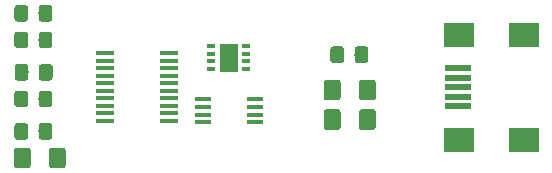
<source format=gbr>
G04 #@! TF.GenerationSoftware,KiCad,Pcbnew,(5.1.0)-1*
G04 #@! TF.CreationDate,2022-11-08T17:01:55+01:00*
G04 #@! TF.ProjectId,USB - UART,55534220-2d20-4554-9152-542e6b696361,rev?*
G04 #@! TF.SameCoordinates,Original*
G04 #@! TF.FileFunction,Paste,Top*
G04 #@! TF.FilePolarity,Positive*
%FSLAX46Y46*%
G04 Gerber Fmt 4.6, Leading zero omitted, Abs format (unit mm)*
G04 Created by KiCad (PCBNEW (5.1.0)-1) date 2022-11-08 17:01:55*
%MOMM*%
%LPD*%
G04 APERTURE LIST*
%ADD10C,0.100000*%
%ADD11C,1.425000*%
%ADD12C,1.150000*%
%ADD13R,1.526000X0.435000*%
%ADD14R,0.750000X0.350000*%
%ADD15R,1.600000X2.400000*%
%ADD16R,1.400000X0.450000*%
%ADD17R,2.300000X0.500000*%
%ADD18R,2.500000X2.000000*%
G04 APERTURE END LIST*
D10*
G36*
X110512004Y-107626204D02*
G01*
X110536273Y-107629804D01*
X110560071Y-107635765D01*
X110583171Y-107644030D01*
X110605349Y-107654520D01*
X110626393Y-107667133D01*
X110646098Y-107681747D01*
X110664277Y-107698223D01*
X110680753Y-107716402D01*
X110695367Y-107736107D01*
X110707980Y-107757151D01*
X110718470Y-107779329D01*
X110726735Y-107802429D01*
X110732696Y-107826227D01*
X110736296Y-107850496D01*
X110737500Y-107875000D01*
X110737500Y-109125000D01*
X110736296Y-109149504D01*
X110732696Y-109173773D01*
X110726735Y-109197571D01*
X110718470Y-109220671D01*
X110707980Y-109242849D01*
X110695367Y-109263893D01*
X110680753Y-109283598D01*
X110664277Y-109301777D01*
X110646098Y-109318253D01*
X110626393Y-109332867D01*
X110605349Y-109345480D01*
X110583171Y-109355970D01*
X110560071Y-109364235D01*
X110536273Y-109370196D01*
X110512004Y-109373796D01*
X110487500Y-109375000D01*
X109562500Y-109375000D01*
X109537996Y-109373796D01*
X109513727Y-109370196D01*
X109489929Y-109364235D01*
X109466829Y-109355970D01*
X109444651Y-109345480D01*
X109423607Y-109332867D01*
X109403902Y-109318253D01*
X109385723Y-109301777D01*
X109369247Y-109283598D01*
X109354633Y-109263893D01*
X109342020Y-109242849D01*
X109331530Y-109220671D01*
X109323265Y-109197571D01*
X109317304Y-109173773D01*
X109313704Y-109149504D01*
X109312500Y-109125000D01*
X109312500Y-107875000D01*
X109313704Y-107850496D01*
X109317304Y-107826227D01*
X109323265Y-107802429D01*
X109331530Y-107779329D01*
X109342020Y-107757151D01*
X109354633Y-107736107D01*
X109369247Y-107716402D01*
X109385723Y-107698223D01*
X109403902Y-107681747D01*
X109423607Y-107667133D01*
X109444651Y-107654520D01*
X109466829Y-107644030D01*
X109489929Y-107635765D01*
X109513727Y-107629804D01*
X109537996Y-107626204D01*
X109562500Y-107625000D01*
X110487500Y-107625000D01*
X110512004Y-107626204D01*
X110512004Y-107626204D01*
G37*
D11*
X110025000Y-108500000D03*
D10*
G36*
X113487004Y-107626204D02*
G01*
X113511273Y-107629804D01*
X113535071Y-107635765D01*
X113558171Y-107644030D01*
X113580349Y-107654520D01*
X113601393Y-107667133D01*
X113621098Y-107681747D01*
X113639277Y-107698223D01*
X113655753Y-107716402D01*
X113670367Y-107736107D01*
X113682980Y-107757151D01*
X113693470Y-107779329D01*
X113701735Y-107802429D01*
X113707696Y-107826227D01*
X113711296Y-107850496D01*
X113712500Y-107875000D01*
X113712500Y-109125000D01*
X113711296Y-109149504D01*
X113707696Y-109173773D01*
X113701735Y-109197571D01*
X113693470Y-109220671D01*
X113682980Y-109242849D01*
X113670367Y-109263893D01*
X113655753Y-109283598D01*
X113639277Y-109301777D01*
X113621098Y-109318253D01*
X113601393Y-109332867D01*
X113580349Y-109345480D01*
X113558171Y-109355970D01*
X113535071Y-109364235D01*
X113511273Y-109370196D01*
X113487004Y-109373796D01*
X113462500Y-109375000D01*
X112537500Y-109375000D01*
X112512996Y-109373796D01*
X112488727Y-109370196D01*
X112464929Y-109364235D01*
X112441829Y-109355970D01*
X112419651Y-109345480D01*
X112398607Y-109332867D01*
X112378902Y-109318253D01*
X112360723Y-109301777D01*
X112344247Y-109283598D01*
X112329633Y-109263893D01*
X112317020Y-109242849D01*
X112306530Y-109220671D01*
X112298265Y-109197571D01*
X112292304Y-109173773D01*
X112288704Y-109149504D01*
X112287500Y-109125000D01*
X112287500Y-107875000D01*
X112288704Y-107850496D01*
X112292304Y-107826227D01*
X112298265Y-107802429D01*
X112306530Y-107779329D01*
X112317020Y-107757151D01*
X112329633Y-107736107D01*
X112344247Y-107716402D01*
X112360723Y-107698223D01*
X112378902Y-107681747D01*
X112398607Y-107667133D01*
X112419651Y-107654520D01*
X112441829Y-107644030D01*
X112464929Y-107635765D01*
X112488727Y-107629804D01*
X112512996Y-107626204D01*
X112537500Y-107625000D01*
X113462500Y-107625000D01*
X113487004Y-107626204D01*
X113487004Y-107626204D01*
G37*
D11*
X113000000Y-108500000D03*
D10*
G36*
X110299505Y-97801204D02*
G01*
X110323773Y-97804804D01*
X110347572Y-97810765D01*
X110370671Y-97819030D01*
X110392850Y-97829520D01*
X110413893Y-97842132D01*
X110433599Y-97856747D01*
X110451777Y-97873223D01*
X110468253Y-97891401D01*
X110482868Y-97911107D01*
X110495480Y-97932150D01*
X110505970Y-97954329D01*
X110514235Y-97977428D01*
X110520196Y-98001227D01*
X110523796Y-98025495D01*
X110525000Y-98049999D01*
X110525000Y-98950001D01*
X110523796Y-98974505D01*
X110520196Y-98998773D01*
X110514235Y-99022572D01*
X110505970Y-99045671D01*
X110495480Y-99067850D01*
X110482868Y-99088893D01*
X110468253Y-99108599D01*
X110451777Y-99126777D01*
X110433599Y-99143253D01*
X110413893Y-99157868D01*
X110392850Y-99170480D01*
X110370671Y-99180970D01*
X110347572Y-99189235D01*
X110323773Y-99195196D01*
X110299505Y-99198796D01*
X110275001Y-99200000D01*
X109624999Y-99200000D01*
X109600495Y-99198796D01*
X109576227Y-99195196D01*
X109552428Y-99189235D01*
X109529329Y-99180970D01*
X109507150Y-99170480D01*
X109486107Y-99157868D01*
X109466401Y-99143253D01*
X109448223Y-99126777D01*
X109431747Y-99108599D01*
X109417132Y-99088893D01*
X109404520Y-99067850D01*
X109394030Y-99045671D01*
X109385765Y-99022572D01*
X109379804Y-98998773D01*
X109376204Y-98974505D01*
X109375000Y-98950001D01*
X109375000Y-98049999D01*
X109376204Y-98025495D01*
X109379804Y-98001227D01*
X109385765Y-97977428D01*
X109394030Y-97954329D01*
X109404520Y-97932150D01*
X109417132Y-97911107D01*
X109431747Y-97891401D01*
X109448223Y-97873223D01*
X109466401Y-97856747D01*
X109486107Y-97842132D01*
X109507150Y-97829520D01*
X109529329Y-97819030D01*
X109552428Y-97810765D01*
X109576227Y-97804804D01*
X109600495Y-97801204D01*
X109624999Y-97800000D01*
X110275001Y-97800000D01*
X110299505Y-97801204D01*
X110299505Y-97801204D01*
G37*
D12*
X109950000Y-98500000D03*
D10*
G36*
X112349505Y-97801204D02*
G01*
X112373773Y-97804804D01*
X112397572Y-97810765D01*
X112420671Y-97819030D01*
X112442850Y-97829520D01*
X112463893Y-97842132D01*
X112483599Y-97856747D01*
X112501777Y-97873223D01*
X112518253Y-97891401D01*
X112532868Y-97911107D01*
X112545480Y-97932150D01*
X112555970Y-97954329D01*
X112564235Y-97977428D01*
X112570196Y-98001227D01*
X112573796Y-98025495D01*
X112575000Y-98049999D01*
X112575000Y-98950001D01*
X112573796Y-98974505D01*
X112570196Y-98998773D01*
X112564235Y-99022572D01*
X112555970Y-99045671D01*
X112545480Y-99067850D01*
X112532868Y-99088893D01*
X112518253Y-99108599D01*
X112501777Y-99126777D01*
X112483599Y-99143253D01*
X112463893Y-99157868D01*
X112442850Y-99170480D01*
X112420671Y-99180970D01*
X112397572Y-99189235D01*
X112373773Y-99195196D01*
X112349505Y-99198796D01*
X112325001Y-99200000D01*
X111674999Y-99200000D01*
X111650495Y-99198796D01*
X111626227Y-99195196D01*
X111602428Y-99189235D01*
X111579329Y-99180970D01*
X111557150Y-99170480D01*
X111536107Y-99157868D01*
X111516401Y-99143253D01*
X111498223Y-99126777D01*
X111481747Y-99108599D01*
X111467132Y-99088893D01*
X111454520Y-99067850D01*
X111444030Y-99045671D01*
X111435765Y-99022572D01*
X111429804Y-98998773D01*
X111426204Y-98974505D01*
X111425000Y-98950001D01*
X111425000Y-98049999D01*
X111426204Y-98025495D01*
X111429804Y-98001227D01*
X111435765Y-97977428D01*
X111444030Y-97954329D01*
X111454520Y-97932150D01*
X111467132Y-97911107D01*
X111481747Y-97891401D01*
X111498223Y-97873223D01*
X111516401Y-97856747D01*
X111536107Y-97842132D01*
X111557150Y-97829520D01*
X111579329Y-97819030D01*
X111602428Y-97810765D01*
X111626227Y-97804804D01*
X111650495Y-97801204D01*
X111674999Y-97800000D01*
X112325001Y-97800000D01*
X112349505Y-97801204D01*
X112349505Y-97801204D01*
G37*
D12*
X112000000Y-98500000D03*
D10*
G36*
X110299505Y-102801204D02*
G01*
X110323773Y-102804804D01*
X110347572Y-102810765D01*
X110370671Y-102819030D01*
X110392850Y-102829520D01*
X110413893Y-102842132D01*
X110433599Y-102856747D01*
X110451777Y-102873223D01*
X110468253Y-102891401D01*
X110482868Y-102911107D01*
X110495480Y-102932150D01*
X110505970Y-102954329D01*
X110514235Y-102977428D01*
X110520196Y-103001227D01*
X110523796Y-103025495D01*
X110525000Y-103049999D01*
X110525000Y-103950001D01*
X110523796Y-103974505D01*
X110520196Y-103998773D01*
X110514235Y-104022572D01*
X110505970Y-104045671D01*
X110495480Y-104067850D01*
X110482868Y-104088893D01*
X110468253Y-104108599D01*
X110451777Y-104126777D01*
X110433599Y-104143253D01*
X110413893Y-104157868D01*
X110392850Y-104170480D01*
X110370671Y-104180970D01*
X110347572Y-104189235D01*
X110323773Y-104195196D01*
X110299505Y-104198796D01*
X110275001Y-104200000D01*
X109624999Y-104200000D01*
X109600495Y-104198796D01*
X109576227Y-104195196D01*
X109552428Y-104189235D01*
X109529329Y-104180970D01*
X109507150Y-104170480D01*
X109486107Y-104157868D01*
X109466401Y-104143253D01*
X109448223Y-104126777D01*
X109431747Y-104108599D01*
X109417132Y-104088893D01*
X109404520Y-104067850D01*
X109394030Y-104045671D01*
X109385765Y-104022572D01*
X109379804Y-103998773D01*
X109376204Y-103974505D01*
X109375000Y-103950001D01*
X109375000Y-103049999D01*
X109376204Y-103025495D01*
X109379804Y-103001227D01*
X109385765Y-102977428D01*
X109394030Y-102954329D01*
X109404520Y-102932150D01*
X109417132Y-102911107D01*
X109431747Y-102891401D01*
X109448223Y-102873223D01*
X109466401Y-102856747D01*
X109486107Y-102842132D01*
X109507150Y-102829520D01*
X109529329Y-102819030D01*
X109552428Y-102810765D01*
X109576227Y-102804804D01*
X109600495Y-102801204D01*
X109624999Y-102800000D01*
X110275001Y-102800000D01*
X110299505Y-102801204D01*
X110299505Y-102801204D01*
G37*
D12*
X109950000Y-103500000D03*
D10*
G36*
X112349505Y-102801204D02*
G01*
X112373773Y-102804804D01*
X112397572Y-102810765D01*
X112420671Y-102819030D01*
X112442850Y-102829520D01*
X112463893Y-102842132D01*
X112483599Y-102856747D01*
X112501777Y-102873223D01*
X112518253Y-102891401D01*
X112532868Y-102911107D01*
X112545480Y-102932150D01*
X112555970Y-102954329D01*
X112564235Y-102977428D01*
X112570196Y-103001227D01*
X112573796Y-103025495D01*
X112575000Y-103049999D01*
X112575000Y-103950001D01*
X112573796Y-103974505D01*
X112570196Y-103998773D01*
X112564235Y-104022572D01*
X112555970Y-104045671D01*
X112545480Y-104067850D01*
X112532868Y-104088893D01*
X112518253Y-104108599D01*
X112501777Y-104126777D01*
X112483599Y-104143253D01*
X112463893Y-104157868D01*
X112442850Y-104170480D01*
X112420671Y-104180970D01*
X112397572Y-104189235D01*
X112373773Y-104195196D01*
X112349505Y-104198796D01*
X112325001Y-104200000D01*
X111674999Y-104200000D01*
X111650495Y-104198796D01*
X111626227Y-104195196D01*
X111602428Y-104189235D01*
X111579329Y-104180970D01*
X111557150Y-104170480D01*
X111536107Y-104157868D01*
X111516401Y-104143253D01*
X111498223Y-104126777D01*
X111481747Y-104108599D01*
X111467132Y-104088893D01*
X111454520Y-104067850D01*
X111444030Y-104045671D01*
X111435765Y-104022572D01*
X111429804Y-103998773D01*
X111426204Y-103974505D01*
X111425000Y-103950001D01*
X111425000Y-103049999D01*
X111426204Y-103025495D01*
X111429804Y-103001227D01*
X111435765Y-102977428D01*
X111444030Y-102954329D01*
X111454520Y-102932150D01*
X111467132Y-102911107D01*
X111481747Y-102891401D01*
X111498223Y-102873223D01*
X111516401Y-102856747D01*
X111536107Y-102842132D01*
X111557150Y-102829520D01*
X111579329Y-102819030D01*
X111602428Y-102810765D01*
X111626227Y-102804804D01*
X111650495Y-102801204D01*
X111674999Y-102800000D01*
X112325001Y-102800000D01*
X112349505Y-102801204D01*
X112349505Y-102801204D01*
G37*
D12*
X112000000Y-103500000D03*
D10*
G36*
X112349505Y-105551204D02*
G01*
X112373773Y-105554804D01*
X112397572Y-105560765D01*
X112420671Y-105569030D01*
X112442850Y-105579520D01*
X112463893Y-105592132D01*
X112483599Y-105606747D01*
X112501777Y-105623223D01*
X112518253Y-105641401D01*
X112532868Y-105661107D01*
X112545480Y-105682150D01*
X112555970Y-105704329D01*
X112564235Y-105727428D01*
X112570196Y-105751227D01*
X112573796Y-105775495D01*
X112575000Y-105799999D01*
X112575000Y-106700001D01*
X112573796Y-106724505D01*
X112570196Y-106748773D01*
X112564235Y-106772572D01*
X112555970Y-106795671D01*
X112545480Y-106817850D01*
X112532868Y-106838893D01*
X112518253Y-106858599D01*
X112501777Y-106876777D01*
X112483599Y-106893253D01*
X112463893Y-106907868D01*
X112442850Y-106920480D01*
X112420671Y-106930970D01*
X112397572Y-106939235D01*
X112373773Y-106945196D01*
X112349505Y-106948796D01*
X112325001Y-106950000D01*
X111674999Y-106950000D01*
X111650495Y-106948796D01*
X111626227Y-106945196D01*
X111602428Y-106939235D01*
X111579329Y-106930970D01*
X111557150Y-106920480D01*
X111536107Y-106907868D01*
X111516401Y-106893253D01*
X111498223Y-106876777D01*
X111481747Y-106858599D01*
X111467132Y-106838893D01*
X111454520Y-106817850D01*
X111444030Y-106795671D01*
X111435765Y-106772572D01*
X111429804Y-106748773D01*
X111426204Y-106724505D01*
X111425000Y-106700001D01*
X111425000Y-105799999D01*
X111426204Y-105775495D01*
X111429804Y-105751227D01*
X111435765Y-105727428D01*
X111444030Y-105704329D01*
X111454520Y-105682150D01*
X111467132Y-105661107D01*
X111481747Y-105641401D01*
X111498223Y-105623223D01*
X111516401Y-105606747D01*
X111536107Y-105592132D01*
X111557150Y-105579520D01*
X111579329Y-105569030D01*
X111602428Y-105560765D01*
X111626227Y-105554804D01*
X111650495Y-105551204D01*
X111674999Y-105550000D01*
X112325001Y-105550000D01*
X112349505Y-105551204D01*
X112349505Y-105551204D01*
G37*
D12*
X112000000Y-106250000D03*
D10*
G36*
X110299505Y-105551204D02*
G01*
X110323773Y-105554804D01*
X110347572Y-105560765D01*
X110370671Y-105569030D01*
X110392850Y-105579520D01*
X110413893Y-105592132D01*
X110433599Y-105606747D01*
X110451777Y-105623223D01*
X110468253Y-105641401D01*
X110482868Y-105661107D01*
X110495480Y-105682150D01*
X110505970Y-105704329D01*
X110514235Y-105727428D01*
X110520196Y-105751227D01*
X110523796Y-105775495D01*
X110525000Y-105799999D01*
X110525000Y-106700001D01*
X110523796Y-106724505D01*
X110520196Y-106748773D01*
X110514235Y-106772572D01*
X110505970Y-106795671D01*
X110495480Y-106817850D01*
X110482868Y-106838893D01*
X110468253Y-106858599D01*
X110451777Y-106876777D01*
X110433599Y-106893253D01*
X110413893Y-106907868D01*
X110392850Y-106920480D01*
X110370671Y-106930970D01*
X110347572Y-106939235D01*
X110323773Y-106945196D01*
X110299505Y-106948796D01*
X110275001Y-106950000D01*
X109624999Y-106950000D01*
X109600495Y-106948796D01*
X109576227Y-106945196D01*
X109552428Y-106939235D01*
X109529329Y-106930970D01*
X109507150Y-106920480D01*
X109486107Y-106907868D01*
X109466401Y-106893253D01*
X109448223Y-106876777D01*
X109431747Y-106858599D01*
X109417132Y-106838893D01*
X109404520Y-106817850D01*
X109394030Y-106795671D01*
X109385765Y-106772572D01*
X109379804Y-106748773D01*
X109376204Y-106724505D01*
X109375000Y-106700001D01*
X109375000Y-105799999D01*
X109376204Y-105775495D01*
X109379804Y-105751227D01*
X109385765Y-105727428D01*
X109394030Y-105704329D01*
X109404520Y-105682150D01*
X109417132Y-105661107D01*
X109431747Y-105641401D01*
X109448223Y-105623223D01*
X109466401Y-105606747D01*
X109486107Y-105592132D01*
X109507150Y-105579520D01*
X109529329Y-105569030D01*
X109552428Y-105560765D01*
X109576227Y-105554804D01*
X109600495Y-105551204D01*
X109624999Y-105550000D01*
X110275001Y-105550000D01*
X110299505Y-105551204D01*
X110299505Y-105551204D01*
G37*
D12*
X109950000Y-106250000D03*
D13*
X117038000Y-99642000D03*
X117038000Y-100278000D03*
X117038000Y-100912000D03*
X117038000Y-101548000D03*
X117038000Y-102182000D03*
X117038000Y-102818000D03*
X117038000Y-103452000D03*
X117038000Y-104088000D03*
X117038000Y-104722000D03*
X117038000Y-105358000D03*
X122462000Y-105358000D03*
X122462000Y-104722000D03*
X122462000Y-104088000D03*
X122462000Y-103452000D03*
X122462000Y-102818000D03*
X122462000Y-102182000D03*
X122462000Y-101548000D03*
X122462000Y-100912000D03*
X122462000Y-100278000D03*
X122462000Y-99642000D03*
D14*
X126000000Y-99025000D03*
X126000000Y-99675000D03*
X126000000Y-100325000D03*
X126000000Y-100975000D03*
X129000000Y-100975000D03*
X129000000Y-100325000D03*
X129000000Y-99675000D03*
X129000000Y-99025000D03*
D15*
X127500000Y-100000000D03*
D16*
X125300000Y-103525000D03*
X125300000Y-104175000D03*
X125300000Y-104825000D03*
X125300000Y-105475000D03*
X129700000Y-105475000D03*
X129700000Y-104825000D03*
X129700000Y-104175000D03*
X129700000Y-103525000D03*
D17*
X146900000Y-104100000D03*
X146900000Y-103300000D03*
X146900000Y-102500000D03*
X146900000Y-101700000D03*
X146900000Y-100900000D03*
D18*
X147000000Y-106950000D03*
X147000000Y-98050000D03*
X152500000Y-98050000D03*
X152500000Y-106950000D03*
D10*
G36*
X139099505Y-99051204D02*
G01*
X139123773Y-99054804D01*
X139147572Y-99060765D01*
X139170671Y-99069030D01*
X139192850Y-99079520D01*
X139213893Y-99092132D01*
X139233599Y-99106747D01*
X139251777Y-99123223D01*
X139268253Y-99141401D01*
X139282868Y-99161107D01*
X139295480Y-99182150D01*
X139305970Y-99204329D01*
X139314235Y-99227428D01*
X139320196Y-99251227D01*
X139323796Y-99275495D01*
X139325000Y-99299999D01*
X139325000Y-100200001D01*
X139323796Y-100224505D01*
X139320196Y-100248773D01*
X139314235Y-100272572D01*
X139305970Y-100295671D01*
X139295480Y-100317850D01*
X139282868Y-100338893D01*
X139268253Y-100358599D01*
X139251777Y-100376777D01*
X139233599Y-100393253D01*
X139213893Y-100407868D01*
X139192850Y-100420480D01*
X139170671Y-100430970D01*
X139147572Y-100439235D01*
X139123773Y-100445196D01*
X139099505Y-100448796D01*
X139075001Y-100450000D01*
X138424999Y-100450000D01*
X138400495Y-100448796D01*
X138376227Y-100445196D01*
X138352428Y-100439235D01*
X138329329Y-100430970D01*
X138307150Y-100420480D01*
X138286107Y-100407868D01*
X138266401Y-100393253D01*
X138248223Y-100376777D01*
X138231747Y-100358599D01*
X138217132Y-100338893D01*
X138204520Y-100317850D01*
X138194030Y-100295671D01*
X138185765Y-100272572D01*
X138179804Y-100248773D01*
X138176204Y-100224505D01*
X138175000Y-100200001D01*
X138175000Y-99299999D01*
X138176204Y-99275495D01*
X138179804Y-99251227D01*
X138185765Y-99227428D01*
X138194030Y-99204329D01*
X138204520Y-99182150D01*
X138217132Y-99161107D01*
X138231747Y-99141401D01*
X138248223Y-99123223D01*
X138266401Y-99106747D01*
X138286107Y-99092132D01*
X138307150Y-99079520D01*
X138329329Y-99069030D01*
X138352428Y-99060765D01*
X138376227Y-99054804D01*
X138400495Y-99051204D01*
X138424999Y-99050000D01*
X139075001Y-99050000D01*
X139099505Y-99051204D01*
X139099505Y-99051204D01*
G37*
D12*
X138750000Y-99750000D03*
D10*
G36*
X137049505Y-99051204D02*
G01*
X137073773Y-99054804D01*
X137097572Y-99060765D01*
X137120671Y-99069030D01*
X137142850Y-99079520D01*
X137163893Y-99092132D01*
X137183599Y-99106747D01*
X137201777Y-99123223D01*
X137218253Y-99141401D01*
X137232868Y-99161107D01*
X137245480Y-99182150D01*
X137255970Y-99204329D01*
X137264235Y-99227428D01*
X137270196Y-99251227D01*
X137273796Y-99275495D01*
X137275000Y-99299999D01*
X137275000Y-100200001D01*
X137273796Y-100224505D01*
X137270196Y-100248773D01*
X137264235Y-100272572D01*
X137255970Y-100295671D01*
X137245480Y-100317850D01*
X137232868Y-100338893D01*
X137218253Y-100358599D01*
X137201777Y-100376777D01*
X137183599Y-100393253D01*
X137163893Y-100407868D01*
X137142850Y-100420480D01*
X137120671Y-100430970D01*
X137097572Y-100439235D01*
X137073773Y-100445196D01*
X137049505Y-100448796D01*
X137025001Y-100450000D01*
X136374999Y-100450000D01*
X136350495Y-100448796D01*
X136326227Y-100445196D01*
X136302428Y-100439235D01*
X136279329Y-100430970D01*
X136257150Y-100420480D01*
X136236107Y-100407868D01*
X136216401Y-100393253D01*
X136198223Y-100376777D01*
X136181747Y-100358599D01*
X136167132Y-100338893D01*
X136154520Y-100317850D01*
X136144030Y-100295671D01*
X136135765Y-100272572D01*
X136129804Y-100248773D01*
X136126204Y-100224505D01*
X136125000Y-100200001D01*
X136125000Y-99299999D01*
X136126204Y-99275495D01*
X136129804Y-99251227D01*
X136135765Y-99227428D01*
X136144030Y-99204329D01*
X136154520Y-99182150D01*
X136167132Y-99161107D01*
X136181747Y-99141401D01*
X136198223Y-99123223D01*
X136216401Y-99106747D01*
X136236107Y-99092132D01*
X136257150Y-99079520D01*
X136279329Y-99069030D01*
X136302428Y-99060765D01*
X136326227Y-99054804D01*
X136350495Y-99051204D01*
X136374999Y-99050000D01*
X137025001Y-99050000D01*
X137049505Y-99051204D01*
X137049505Y-99051204D01*
G37*
D12*
X136700000Y-99750000D03*
D10*
G36*
X139737004Y-101876204D02*
G01*
X139761273Y-101879804D01*
X139785071Y-101885765D01*
X139808171Y-101894030D01*
X139830349Y-101904520D01*
X139851393Y-101917133D01*
X139871098Y-101931747D01*
X139889277Y-101948223D01*
X139905753Y-101966402D01*
X139920367Y-101986107D01*
X139932980Y-102007151D01*
X139943470Y-102029329D01*
X139951735Y-102052429D01*
X139957696Y-102076227D01*
X139961296Y-102100496D01*
X139962500Y-102125000D01*
X139962500Y-103375000D01*
X139961296Y-103399504D01*
X139957696Y-103423773D01*
X139951735Y-103447571D01*
X139943470Y-103470671D01*
X139932980Y-103492849D01*
X139920367Y-103513893D01*
X139905753Y-103533598D01*
X139889277Y-103551777D01*
X139871098Y-103568253D01*
X139851393Y-103582867D01*
X139830349Y-103595480D01*
X139808171Y-103605970D01*
X139785071Y-103614235D01*
X139761273Y-103620196D01*
X139737004Y-103623796D01*
X139712500Y-103625000D01*
X138787500Y-103625000D01*
X138762996Y-103623796D01*
X138738727Y-103620196D01*
X138714929Y-103614235D01*
X138691829Y-103605970D01*
X138669651Y-103595480D01*
X138648607Y-103582867D01*
X138628902Y-103568253D01*
X138610723Y-103551777D01*
X138594247Y-103533598D01*
X138579633Y-103513893D01*
X138567020Y-103492849D01*
X138556530Y-103470671D01*
X138548265Y-103447571D01*
X138542304Y-103423773D01*
X138538704Y-103399504D01*
X138537500Y-103375000D01*
X138537500Y-102125000D01*
X138538704Y-102100496D01*
X138542304Y-102076227D01*
X138548265Y-102052429D01*
X138556530Y-102029329D01*
X138567020Y-102007151D01*
X138579633Y-101986107D01*
X138594247Y-101966402D01*
X138610723Y-101948223D01*
X138628902Y-101931747D01*
X138648607Y-101917133D01*
X138669651Y-101904520D01*
X138691829Y-101894030D01*
X138714929Y-101885765D01*
X138738727Y-101879804D01*
X138762996Y-101876204D01*
X138787500Y-101875000D01*
X139712500Y-101875000D01*
X139737004Y-101876204D01*
X139737004Y-101876204D01*
G37*
D11*
X139250000Y-102750000D03*
D10*
G36*
X136762004Y-101876204D02*
G01*
X136786273Y-101879804D01*
X136810071Y-101885765D01*
X136833171Y-101894030D01*
X136855349Y-101904520D01*
X136876393Y-101917133D01*
X136896098Y-101931747D01*
X136914277Y-101948223D01*
X136930753Y-101966402D01*
X136945367Y-101986107D01*
X136957980Y-102007151D01*
X136968470Y-102029329D01*
X136976735Y-102052429D01*
X136982696Y-102076227D01*
X136986296Y-102100496D01*
X136987500Y-102125000D01*
X136987500Y-103375000D01*
X136986296Y-103399504D01*
X136982696Y-103423773D01*
X136976735Y-103447571D01*
X136968470Y-103470671D01*
X136957980Y-103492849D01*
X136945367Y-103513893D01*
X136930753Y-103533598D01*
X136914277Y-103551777D01*
X136896098Y-103568253D01*
X136876393Y-103582867D01*
X136855349Y-103595480D01*
X136833171Y-103605970D01*
X136810071Y-103614235D01*
X136786273Y-103620196D01*
X136762004Y-103623796D01*
X136737500Y-103625000D01*
X135812500Y-103625000D01*
X135787996Y-103623796D01*
X135763727Y-103620196D01*
X135739929Y-103614235D01*
X135716829Y-103605970D01*
X135694651Y-103595480D01*
X135673607Y-103582867D01*
X135653902Y-103568253D01*
X135635723Y-103551777D01*
X135619247Y-103533598D01*
X135604633Y-103513893D01*
X135592020Y-103492849D01*
X135581530Y-103470671D01*
X135573265Y-103447571D01*
X135567304Y-103423773D01*
X135563704Y-103399504D01*
X135562500Y-103375000D01*
X135562500Y-102125000D01*
X135563704Y-102100496D01*
X135567304Y-102076227D01*
X135573265Y-102052429D01*
X135581530Y-102029329D01*
X135592020Y-102007151D01*
X135604633Y-101986107D01*
X135619247Y-101966402D01*
X135635723Y-101948223D01*
X135653902Y-101931747D01*
X135673607Y-101917133D01*
X135694651Y-101904520D01*
X135716829Y-101894030D01*
X135739929Y-101885765D01*
X135763727Y-101879804D01*
X135787996Y-101876204D01*
X135812500Y-101875000D01*
X136737500Y-101875000D01*
X136762004Y-101876204D01*
X136762004Y-101876204D01*
G37*
D11*
X136275000Y-102750000D03*
D10*
G36*
X136762004Y-104376204D02*
G01*
X136786273Y-104379804D01*
X136810071Y-104385765D01*
X136833171Y-104394030D01*
X136855349Y-104404520D01*
X136876393Y-104417133D01*
X136896098Y-104431747D01*
X136914277Y-104448223D01*
X136930753Y-104466402D01*
X136945367Y-104486107D01*
X136957980Y-104507151D01*
X136968470Y-104529329D01*
X136976735Y-104552429D01*
X136982696Y-104576227D01*
X136986296Y-104600496D01*
X136987500Y-104625000D01*
X136987500Y-105875000D01*
X136986296Y-105899504D01*
X136982696Y-105923773D01*
X136976735Y-105947571D01*
X136968470Y-105970671D01*
X136957980Y-105992849D01*
X136945367Y-106013893D01*
X136930753Y-106033598D01*
X136914277Y-106051777D01*
X136896098Y-106068253D01*
X136876393Y-106082867D01*
X136855349Y-106095480D01*
X136833171Y-106105970D01*
X136810071Y-106114235D01*
X136786273Y-106120196D01*
X136762004Y-106123796D01*
X136737500Y-106125000D01*
X135812500Y-106125000D01*
X135787996Y-106123796D01*
X135763727Y-106120196D01*
X135739929Y-106114235D01*
X135716829Y-106105970D01*
X135694651Y-106095480D01*
X135673607Y-106082867D01*
X135653902Y-106068253D01*
X135635723Y-106051777D01*
X135619247Y-106033598D01*
X135604633Y-106013893D01*
X135592020Y-105992849D01*
X135581530Y-105970671D01*
X135573265Y-105947571D01*
X135567304Y-105923773D01*
X135563704Y-105899504D01*
X135562500Y-105875000D01*
X135562500Y-104625000D01*
X135563704Y-104600496D01*
X135567304Y-104576227D01*
X135573265Y-104552429D01*
X135581530Y-104529329D01*
X135592020Y-104507151D01*
X135604633Y-104486107D01*
X135619247Y-104466402D01*
X135635723Y-104448223D01*
X135653902Y-104431747D01*
X135673607Y-104417133D01*
X135694651Y-104404520D01*
X135716829Y-104394030D01*
X135739929Y-104385765D01*
X135763727Y-104379804D01*
X135787996Y-104376204D01*
X135812500Y-104375000D01*
X136737500Y-104375000D01*
X136762004Y-104376204D01*
X136762004Y-104376204D01*
G37*
D11*
X136275000Y-105250000D03*
D10*
G36*
X139737004Y-104376204D02*
G01*
X139761273Y-104379804D01*
X139785071Y-104385765D01*
X139808171Y-104394030D01*
X139830349Y-104404520D01*
X139851393Y-104417133D01*
X139871098Y-104431747D01*
X139889277Y-104448223D01*
X139905753Y-104466402D01*
X139920367Y-104486107D01*
X139932980Y-104507151D01*
X139943470Y-104529329D01*
X139951735Y-104552429D01*
X139957696Y-104576227D01*
X139961296Y-104600496D01*
X139962500Y-104625000D01*
X139962500Y-105875000D01*
X139961296Y-105899504D01*
X139957696Y-105923773D01*
X139951735Y-105947571D01*
X139943470Y-105970671D01*
X139932980Y-105992849D01*
X139920367Y-106013893D01*
X139905753Y-106033598D01*
X139889277Y-106051777D01*
X139871098Y-106068253D01*
X139851393Y-106082867D01*
X139830349Y-106095480D01*
X139808171Y-106105970D01*
X139785071Y-106114235D01*
X139761273Y-106120196D01*
X139737004Y-106123796D01*
X139712500Y-106125000D01*
X138787500Y-106125000D01*
X138762996Y-106123796D01*
X138738727Y-106120196D01*
X138714929Y-106114235D01*
X138691829Y-106105970D01*
X138669651Y-106095480D01*
X138648607Y-106082867D01*
X138628902Y-106068253D01*
X138610723Y-106051777D01*
X138594247Y-106033598D01*
X138579633Y-106013893D01*
X138567020Y-105992849D01*
X138556530Y-105970671D01*
X138548265Y-105947571D01*
X138542304Y-105923773D01*
X138538704Y-105899504D01*
X138537500Y-105875000D01*
X138537500Y-104625000D01*
X138538704Y-104600496D01*
X138542304Y-104576227D01*
X138548265Y-104552429D01*
X138556530Y-104529329D01*
X138567020Y-104507151D01*
X138579633Y-104486107D01*
X138594247Y-104466402D01*
X138610723Y-104448223D01*
X138628902Y-104431747D01*
X138648607Y-104417133D01*
X138669651Y-104404520D01*
X138691829Y-104394030D01*
X138714929Y-104385765D01*
X138738727Y-104379804D01*
X138762996Y-104376204D01*
X138787500Y-104375000D01*
X139712500Y-104375000D01*
X139737004Y-104376204D01*
X139737004Y-104376204D01*
G37*
D11*
X139250000Y-105250000D03*
D10*
G36*
X112349505Y-95551204D02*
G01*
X112373773Y-95554804D01*
X112397572Y-95560765D01*
X112420671Y-95569030D01*
X112442850Y-95579520D01*
X112463893Y-95592132D01*
X112483599Y-95606747D01*
X112501777Y-95623223D01*
X112518253Y-95641401D01*
X112532868Y-95661107D01*
X112545480Y-95682150D01*
X112555970Y-95704329D01*
X112564235Y-95727428D01*
X112570196Y-95751227D01*
X112573796Y-95775495D01*
X112575000Y-95799999D01*
X112575000Y-96700001D01*
X112573796Y-96724505D01*
X112570196Y-96748773D01*
X112564235Y-96772572D01*
X112555970Y-96795671D01*
X112545480Y-96817850D01*
X112532868Y-96838893D01*
X112518253Y-96858599D01*
X112501777Y-96876777D01*
X112483599Y-96893253D01*
X112463893Y-96907868D01*
X112442850Y-96920480D01*
X112420671Y-96930970D01*
X112397572Y-96939235D01*
X112373773Y-96945196D01*
X112349505Y-96948796D01*
X112325001Y-96950000D01*
X111674999Y-96950000D01*
X111650495Y-96948796D01*
X111626227Y-96945196D01*
X111602428Y-96939235D01*
X111579329Y-96930970D01*
X111557150Y-96920480D01*
X111536107Y-96907868D01*
X111516401Y-96893253D01*
X111498223Y-96876777D01*
X111481747Y-96858599D01*
X111467132Y-96838893D01*
X111454520Y-96817850D01*
X111444030Y-96795671D01*
X111435765Y-96772572D01*
X111429804Y-96748773D01*
X111426204Y-96724505D01*
X111425000Y-96700001D01*
X111425000Y-95799999D01*
X111426204Y-95775495D01*
X111429804Y-95751227D01*
X111435765Y-95727428D01*
X111444030Y-95704329D01*
X111454520Y-95682150D01*
X111467132Y-95661107D01*
X111481747Y-95641401D01*
X111498223Y-95623223D01*
X111516401Y-95606747D01*
X111536107Y-95592132D01*
X111557150Y-95579520D01*
X111579329Y-95569030D01*
X111602428Y-95560765D01*
X111626227Y-95554804D01*
X111650495Y-95551204D01*
X111674999Y-95550000D01*
X112325001Y-95550000D01*
X112349505Y-95551204D01*
X112349505Y-95551204D01*
G37*
D12*
X112000000Y-96250000D03*
D10*
G36*
X110299505Y-95551204D02*
G01*
X110323773Y-95554804D01*
X110347572Y-95560765D01*
X110370671Y-95569030D01*
X110392850Y-95579520D01*
X110413893Y-95592132D01*
X110433599Y-95606747D01*
X110451777Y-95623223D01*
X110468253Y-95641401D01*
X110482868Y-95661107D01*
X110495480Y-95682150D01*
X110505970Y-95704329D01*
X110514235Y-95727428D01*
X110520196Y-95751227D01*
X110523796Y-95775495D01*
X110525000Y-95799999D01*
X110525000Y-96700001D01*
X110523796Y-96724505D01*
X110520196Y-96748773D01*
X110514235Y-96772572D01*
X110505970Y-96795671D01*
X110495480Y-96817850D01*
X110482868Y-96838893D01*
X110468253Y-96858599D01*
X110451777Y-96876777D01*
X110433599Y-96893253D01*
X110413893Y-96907868D01*
X110392850Y-96920480D01*
X110370671Y-96930970D01*
X110347572Y-96939235D01*
X110323773Y-96945196D01*
X110299505Y-96948796D01*
X110275001Y-96950000D01*
X109624999Y-96950000D01*
X109600495Y-96948796D01*
X109576227Y-96945196D01*
X109552428Y-96939235D01*
X109529329Y-96930970D01*
X109507150Y-96920480D01*
X109486107Y-96907868D01*
X109466401Y-96893253D01*
X109448223Y-96876777D01*
X109431747Y-96858599D01*
X109417132Y-96838893D01*
X109404520Y-96817850D01*
X109394030Y-96795671D01*
X109385765Y-96772572D01*
X109379804Y-96748773D01*
X109376204Y-96724505D01*
X109375000Y-96700001D01*
X109375000Y-95799999D01*
X109376204Y-95775495D01*
X109379804Y-95751227D01*
X109385765Y-95727428D01*
X109394030Y-95704329D01*
X109404520Y-95682150D01*
X109417132Y-95661107D01*
X109431747Y-95641401D01*
X109448223Y-95623223D01*
X109466401Y-95606747D01*
X109486107Y-95592132D01*
X109507150Y-95579520D01*
X109529329Y-95569030D01*
X109552428Y-95560765D01*
X109576227Y-95554804D01*
X109600495Y-95551204D01*
X109624999Y-95550000D01*
X110275001Y-95550000D01*
X110299505Y-95551204D01*
X110299505Y-95551204D01*
G37*
D12*
X109950000Y-96250000D03*
D10*
G36*
X110324505Y-100551204D02*
G01*
X110348773Y-100554804D01*
X110372572Y-100560765D01*
X110395671Y-100569030D01*
X110417850Y-100579520D01*
X110438893Y-100592132D01*
X110458599Y-100606747D01*
X110476777Y-100623223D01*
X110493253Y-100641401D01*
X110507868Y-100661107D01*
X110520480Y-100682150D01*
X110530970Y-100704329D01*
X110539235Y-100727428D01*
X110545196Y-100751227D01*
X110548796Y-100775495D01*
X110550000Y-100799999D01*
X110550000Y-101700001D01*
X110548796Y-101724505D01*
X110545196Y-101748773D01*
X110539235Y-101772572D01*
X110530970Y-101795671D01*
X110520480Y-101817850D01*
X110507868Y-101838893D01*
X110493253Y-101858599D01*
X110476777Y-101876777D01*
X110458599Y-101893253D01*
X110438893Y-101907868D01*
X110417850Y-101920480D01*
X110395671Y-101930970D01*
X110372572Y-101939235D01*
X110348773Y-101945196D01*
X110324505Y-101948796D01*
X110300001Y-101950000D01*
X109649999Y-101950000D01*
X109625495Y-101948796D01*
X109601227Y-101945196D01*
X109577428Y-101939235D01*
X109554329Y-101930970D01*
X109532150Y-101920480D01*
X109511107Y-101907868D01*
X109491401Y-101893253D01*
X109473223Y-101876777D01*
X109456747Y-101858599D01*
X109442132Y-101838893D01*
X109429520Y-101817850D01*
X109419030Y-101795671D01*
X109410765Y-101772572D01*
X109404804Y-101748773D01*
X109401204Y-101724505D01*
X109400000Y-101700001D01*
X109400000Y-100799999D01*
X109401204Y-100775495D01*
X109404804Y-100751227D01*
X109410765Y-100727428D01*
X109419030Y-100704329D01*
X109429520Y-100682150D01*
X109442132Y-100661107D01*
X109456747Y-100641401D01*
X109473223Y-100623223D01*
X109491401Y-100606747D01*
X109511107Y-100592132D01*
X109532150Y-100579520D01*
X109554329Y-100569030D01*
X109577428Y-100560765D01*
X109601227Y-100554804D01*
X109625495Y-100551204D01*
X109649999Y-100550000D01*
X110300001Y-100550000D01*
X110324505Y-100551204D01*
X110324505Y-100551204D01*
G37*
D12*
X109975000Y-101250000D03*
D10*
G36*
X112374505Y-100551204D02*
G01*
X112398773Y-100554804D01*
X112422572Y-100560765D01*
X112445671Y-100569030D01*
X112467850Y-100579520D01*
X112488893Y-100592132D01*
X112508599Y-100606747D01*
X112526777Y-100623223D01*
X112543253Y-100641401D01*
X112557868Y-100661107D01*
X112570480Y-100682150D01*
X112580970Y-100704329D01*
X112589235Y-100727428D01*
X112595196Y-100751227D01*
X112598796Y-100775495D01*
X112600000Y-100799999D01*
X112600000Y-101700001D01*
X112598796Y-101724505D01*
X112595196Y-101748773D01*
X112589235Y-101772572D01*
X112580970Y-101795671D01*
X112570480Y-101817850D01*
X112557868Y-101838893D01*
X112543253Y-101858599D01*
X112526777Y-101876777D01*
X112508599Y-101893253D01*
X112488893Y-101907868D01*
X112467850Y-101920480D01*
X112445671Y-101930970D01*
X112422572Y-101939235D01*
X112398773Y-101945196D01*
X112374505Y-101948796D01*
X112350001Y-101950000D01*
X111699999Y-101950000D01*
X111675495Y-101948796D01*
X111651227Y-101945196D01*
X111627428Y-101939235D01*
X111604329Y-101930970D01*
X111582150Y-101920480D01*
X111561107Y-101907868D01*
X111541401Y-101893253D01*
X111523223Y-101876777D01*
X111506747Y-101858599D01*
X111492132Y-101838893D01*
X111479520Y-101817850D01*
X111469030Y-101795671D01*
X111460765Y-101772572D01*
X111454804Y-101748773D01*
X111451204Y-101724505D01*
X111450000Y-101700001D01*
X111450000Y-100799999D01*
X111451204Y-100775495D01*
X111454804Y-100751227D01*
X111460765Y-100727428D01*
X111469030Y-100704329D01*
X111479520Y-100682150D01*
X111492132Y-100661107D01*
X111506747Y-100641401D01*
X111523223Y-100623223D01*
X111541401Y-100606747D01*
X111561107Y-100592132D01*
X111582150Y-100579520D01*
X111604329Y-100569030D01*
X111627428Y-100560765D01*
X111651227Y-100554804D01*
X111675495Y-100551204D01*
X111699999Y-100550000D01*
X112350001Y-100550000D01*
X112374505Y-100551204D01*
X112374505Y-100551204D01*
G37*
D12*
X112025000Y-101250000D03*
M02*

</source>
